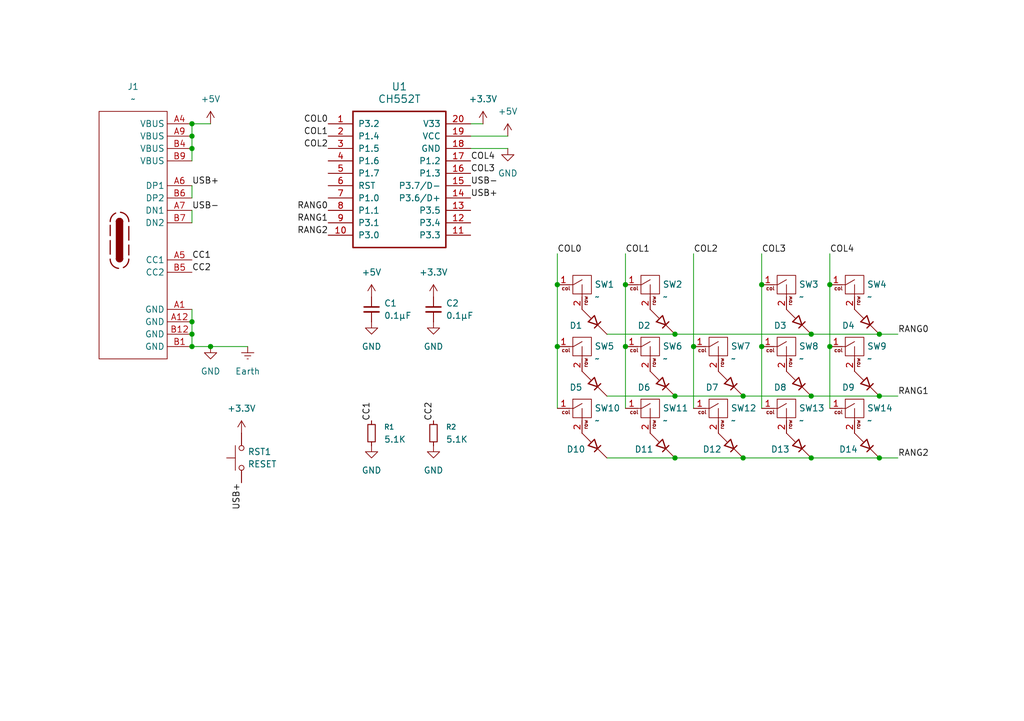
<source format=kicad_sch>
(kicad_sch (version 20250114) (generator "eeschema") (generator_version "9.0")
  (paper "A5")
  (lib_symbols
    (symbol "Cherry-ML:CH552T" (pin_names (offset 1.016))
      (property "Reference" "U" (at 5.08 6.35 0))
      (property "Value" "CH552T" (at 5.08 3.81 0))
      (symbol "CH552T_1_1"
        (rectangle (start 5.08 2.54) (end 24.13 -25.4) (stroke (width 0.3048)))
        (pin bidirectional line (at 0 0 0) (length 5.08) (name "P3.2") (number "1"))
        (pin bidirectional line (at 0 -2.54 0) (length 5.08) (name "P1.4") (number "2"))
        (pin bidirectional line (at 0 -5.08 0) (length 5.08) (name "P1.5") (number "3"))
        (pin bidirectional line (at 0 -7.62 0) (length 5.08) (name "P1.6") (number "4"))
        (pin bidirectional line (at 0 -10.16 0) (length 5.08) (name "P1.7") (number "5"))
        (pin bidirectional line (at 0 -12.7 0) (length 5.08) (name "RST") (number "6"))
        (pin bidirectional line (at 0 -15.24 0) (length 5.08) (name "P1.0") (number "7"))
        (pin bidirectional line (at 0 -17.78 0) (length 5.08) (name "P1.1") (number "8"))
        (pin bidirectional line (at 0 -20.32 0) (length 5.08) (name "P3.1") (number "9"))
        (pin bidirectional line (at 0 -22.86 0) (length 5.08) (name "P3.0") (number "10"))
        (pin power_in line (at 29.21 0 180) (length 5.08) (name "V33") (number "20"))
        (pin power_in line (at 29.21 -2.54 180) (length 5.08) (name "VCC") (number "19"))
        (pin power_in line (at 29.21 -5.08 180) (length 5.08) (name "GND") (number "18"))
        (pin bidirectional line (at 29.21 -7.62 180) (length 5.08) (name "P1.2") (number "17"))
        (pin bidirectional line (at 29.21 -10.16 180) (length 5.08) (name "P1.3") (number "16"))
        (pin bidirectional line (at 29.21 -12.7 180) (length 5.08) (name "P3.7/D-") (number "15"))
        (pin bidirectional line (at 29.21 -15.24 180) (length 5.08) (name "P3.6/D+") (number "14"))
        (pin bidirectional line (at 29.21 -17.78 180) (length 5.08) (name "P3.5") (number "13"))
        (pin bidirectional line (at 29.21 -20.32 180) (length 5.08) (name "P3.4") (number "12"))
        (pin bidirectional line (at 29.21 -22.86 180) (length 5.08) (name "P3.3") (number "11"))
      )
    )
    (symbol "Cherry-ML:D_45deg" (pin_numbers (hide yes)) (pin_names (offset 0) (hide yes))
      (property "Reference" "D" (at 1.27 2.54 0))
      (property "Value" "D_45deg" (at 1.27 0 0))
      (symbol "D_45deg_0_1"
        (polyline (pts (xy -1.27 0) (xy 0 1.27) (xy 0.635 -0.635) (xy -1.27 0)) (stroke (width 0.254)))
        (polyline (pts (xy -0.635 0.635) (xy -2.54 2.54)))
        (polyline (pts (xy 0 -1.27) (xy 1.27 0)) (stroke (width 0.254)))
        (polyline (pts (xy 2.54 -2.54) (xy 0.635 -0.635)))
      )
      (symbol "D_45deg_1_1"
        (pin passive line (at -2.54 2.54 0) (length 0) (name "A") (number "2"))
        (pin passive line (at 2.54 -2.54 180) (length 0) (name "K") (number "1"))
      )
    )
    (symbol "Cherry-ML:MX"
      (property "Reference" "SW" (at 3.81 1.016 0))
      (symbol "MX_0_1"
        (polyline (pts (xy -2.54 0) (xy -1.778 0) (xy 0 1.016)))
        (rectangle (start -1.905 1.905) (end 1.905 -1.905))
        (polyline (pts (xy 0 0) (xy 0 -2.54)))
      )
      (symbol "MX_1_1"
        (text "col" (at -3.302 -0.762 0) (effects (font (size 0.75 0.75))))
        (text "row" (at 0.762 -3.302 900) (effects (font (size 0.75 0.75))))
        (pin input line (at -5.08 0 0) (length 2.54) (name "") (number "1"))
        (pin input line (at 0 -5.08 90) (length 2.54) (name "") (number "2"))
      )
    )
    (symbol "Device:C_Small" (pin_numbers (hide yes)) (pin_names (offset 0.254) (hide yes))
      (property "Reference" "C" (at 0.254 1.778 0))
      (property "Value" "C_Small" (at 0.254 -2.032 0))
      (symbol "C_Small_0_1"
        (polyline (pts (xy -1.524 0.508) (xy 1.524 0.508)) (stroke (width 0.3048)))
        (polyline (pts (xy -1.524 -0.508) (xy 1.524 -0.508)) (stroke (width 0.3302)))
      )
      (symbol "C_Small_1_1"
        (pin passive line (at 0 2.54 270) (length 2.032) (name "~") (number "1"))
        (pin passive line (at 0 -2.54 90) (length 2.032) (name "~") (number "2"))
      )
    )
    (symbol "Device:R_Small" (pin_numbers (hide yes)) (pin_names (offset 0.254) (hide yes))
      (property "Reference" "R" (at 0 0 90))
      (property "Value" "R_Small" (at 1.778 0 90))
      (symbol "R_Small_0_1"
        (rectangle (start -0.762 1.778) (end 0.762 -1.778) (stroke (width 0.2032)))
      )
      (symbol "R_Small_1_1"
        (pin passive line (at 0 2.54 270) (length 0.762) (name "~") (number "1"))
        (pin passive line (at 0 -2.54 90) (length 0.762) (name "~") (number "2"))
      )
    )
    (symbol "PCB_USBC:PCBTypeC_14P" (in_bom no)
      (property "Reference" "J1" (at -12.065 7.62 0))
      (property "Value" "~" (at -12.065 5.08 0))
      (symbol "PCBTypeC_14P_0_1"
        (rectangle (start -15.494 -27.686) (end -14.224 -20.066) (stroke (width 0.254)) (fill (type outline)))
        (arc (start -15.494 -20.066) (mid -14.859 -19.4337) (end -14.224 -20.066) (stroke (width 0.254)))
        (arc (start -15.494 -20.066) (mid -14.859 -19.4337) (end -14.224 -20.066) (stroke (width 0.254)) (fill (type outline)))
        (arc (start -14.224 -27.686) (mid -14.859 -28.3183) (end -15.494 -27.686) (stroke (width 0.254)))
        (arc (start -14.224 -27.686) (mid -14.859 -28.3183) (end -15.494 -27.686) (stroke (width 0.254)) (fill (type outline)))
      )
      (symbol "PCBTypeC_14P_1_0"
        (rectangle (start -19.05 2.54) (end -5.08 -48.26))
        (pin passive line (at 0 0 180) (length 5.08) (name "VBUS") (number "A4"))
        (pin passive line (at 0 -2.54 180) (length 5.08) (name "VBUS") (number "A9"))
        (pin passive line (at 0 -5.08 180) (length 5.08) (name "VBUS") (number "B4"))
        (pin passive line (at 0 -7.62 180) (length 5.08) (name "VBUS") (number "B9"))
        (pin passive line (at 0 -12.7 180) (length 5.08) (name "DP1") (number "A6"))
        (pin passive line (at 0 -15.24 180) (length 5.08) (name "DP2") (number "B6"))
        (pin passive line (at 0 -17.78 180) (length 5.08) (name "DN1") (number "A7"))
        (pin passive line (at 0 -20.32 180) (length 5.08) (name "DN2") (number "B7"))
        (pin passive line (at 0 -27.94 180) (length 5.08) (name "CC1") (number "A5"))
        (pin passive line (at 0 -30.48 180) (length 5.08) (name "CC2") (number "B5"))
        (pin passive line (at 0 -38.1 180) (length 5.08) (name "GND") (number "A1"))
        (pin passive line (at 0 -40.64 180) (length 5.08) (name "GND") (number "A12"))
        (pin passive line (at 0 -43.18 180) (length 5.08) (name "GND") (number "B12"))
        (pin passive line (at 0 -45.72 180) (length 5.08) (name "GND") (number "B1"))
      )
      (symbol "PCBTypeC_14P_1_1"
        (polyline (pts (xy -16.768 -26.7615) (xy -16.764 -20.828)) (stroke (width 0.254) (type dash)))
        (arc (start -12.958 -27.7775) (mid -14.863 -29.6742) (end -16.768 -27.7775) (stroke (width 0.254) (type dash)))
        (arc (start -16.764 -20.066) (mid -14.859 -18.1693) (end -12.954 -20.066) (stroke (width 0.254) (type dash)))
        (polyline (pts (xy -12.954 -21.082) (xy -12.954 -26.924)) (stroke (width 0.254) (type dash)))
      )
    )
    (symbol "Switch:SW_Push" (pin_numbers (hide yes)) (pin_names (offset 1.016) (hide yes))
      (property "Reference" "SW" (at 1.27 2.54 0))
      (property "Value" "SW_Push" (at 0 -1.524 0))
      (symbol "SW_Push_0_1"
        (circle (center -2.032 0) (radius 0.508))
        (polyline (pts (xy 0 1.27) (xy 0 3.048)))
        (circle (center 2.032 0) (radius 0.508))
        (polyline (pts (xy 2.54 1.27) (xy -2.54 1.27)))
        (pin passive line (at -5.08 0 0) (length 2.54) (name "1") (number "1"))
        (pin passive line (at 5.08 0 180) (length 2.54) (name "2") (number "2"))
      )
    )
    (symbol "power:+3.3V" (power) (pin_numbers (hide yes)) (pin_names (offset 0) (hide yes))
      (property "Value" "+3.3V" (at 0 3.556 0))
      (symbol "+3.3V_0_1"
        (polyline (pts (xy -0.762 1.27) (xy 0 2.54)))
        (polyline (pts (xy 0 2.54) (xy 0.762 1.27)))
        (polyline (pts (xy 0 0) (xy 0 2.54)))
      )
      (symbol "+3.3V_1_1"
        (pin power_in line (at 0 0 90) (length 0) (name "~") (number "1"))
      )
    )
    (symbol "power:+5V" (power) (pin_numbers (hide yes)) (pin_names (offset 0) (hide yes))
      (property "Value" "+5V" (at 0 3.556 0))
      (symbol "+5V_0_1"
        (polyline (pts (xy -0.762 1.27) (xy 0 2.54)))
        (polyline (pts (xy 0 2.54) (xy 0.762 1.27)))
        (polyline (pts (xy 0 0) (xy 0 2.54)))
      )
      (symbol "+5V_1_1"
        (pin power_in line (at 0 0 90) (length 0) (name "~") (number "1"))
      )
    )
    (symbol "power:Earth" (power) (pin_numbers (hide yes)) (pin_names (offset 0) (hide yes))
      (property "Value" "Earth" (at 0 -3.81 0))
      (symbol "Earth_0_1"
        (polyline (pts (xy -0.635 -1.905) (xy 0.635 -1.905)))
        (polyline (pts (xy -0.127 -2.54) (xy 0.127 -2.54)))
        (polyline (pts (xy 0 -1.27) (xy 0 0)))
        (polyline (pts (xy 1.27 -1.27) (xy -1.27 -1.27)))
      )
      (symbol "Earth_1_1"
        (pin power_in line (at 0 0 270) (length 0) (name "~") (number "1"))
      )
    )
    (symbol "power:GND" (power) (pin_numbers (hide yes)) (pin_names (offset 0) (hide yes))
      (property "Value" "GND" (at 0 -3.81 0))
      (symbol "GND_0_1"
        (polyline (pts (xy 0 0) (xy 0 -1.27) (xy 1.27 -1.27) (xy 0 -2.54) (xy -1.27 -1.27) (xy 0 -1.27)))
      )
      (symbol "GND_1_1"
        (pin power_in line (at 0 0 270) (length 0) (name "~") (number "1"))
      )
    )
  )
  (junction (at 138.43 68.58))
  (junction (at 180.34 68.58))
  (junction (at 156.21 58.42))
  (junction (at 114.3 58.42))
  (junction (at 138.43 81.28))
  (junction (at 39.37 25.4))
  (junction (at 166.37 81.28))
  (junction (at 138.43 93.98))
  (junction (at 156.21 71.12))
  (junction (at 128.27 58.42))
  (junction (at 152.4 93.98))
  (junction (at 114.3 71.12))
  (junction (at 166.37 68.58))
  (junction (at 39.37 71.12))
  (junction (at 170.18 58.42))
  (junction (at 170.18 71.12))
  (junction (at 180.34 93.98))
  (junction (at 142.24 71.12))
  (junction (at 43.18 71.12))
  (junction (at 39.37 30.48))
  (junction (at 39.37 66.04))
  (junction (at 39.37 27.94))
  (junction (at 180.34 81.28))
  (junction (at 128.27 71.12))
  (junction (at 39.37 68.58))
  (junction (at 152.4 81.28))
  (junction (at 166.37 93.98))
  (wire (pts (xy 142.24 71.12) (xy 142.24 83.82)))
  (wire (pts (xy 39.37 71.12) (xy 43.18 71.12)))
  (wire (pts (xy 104.14 30.48) (xy 96.52 30.48)))
  (wire (pts (xy 39.37 25.4) (xy 39.37 27.94)))
  (wire (pts (xy 170.18 71.12) (xy 170.18 83.82)))
  (wire (pts (xy 114.3 58.42) (xy 114.3 71.12)))
  (wire (pts (xy 124.46 81.28) (xy 138.43 81.28)))
  (wire (pts (xy 114.3 71.12) (xy 114.3 83.82)))
  (wire (pts (xy 152.4 81.28) (xy 166.37 81.28)))
  (wire (pts (xy 39.37 43.18) (xy 39.37 45.72)))
  (wire (pts (xy 104.14 27.94) (xy 96.52 27.94)))
  (wire (pts (xy 180.34 68.58) (xy 184.15 68.58)))
  (wire (pts (xy 138.43 93.98) (xy 152.4 93.98)))
  (wire (pts (xy 180.34 81.28) (xy 184.15 81.28)))
  (wire (pts (xy 142.24 52.07) (xy 142.24 71.12)))
  (wire (pts (xy 128.27 52.07) (xy 128.27 58.42)))
  (wire (pts (xy 114.3 52.07) (xy 114.3 58.42)))
  (wire (pts (xy 99.06 25.4) (xy 96.52 25.4)))
  (wire (pts (xy 43.18 71.12) (xy 50.8 71.12)))
  (wire (pts (xy 138.43 81.28) (xy 152.4 81.28)))
  (wire (pts (xy 124.46 93.98) (xy 138.43 93.98)))
  (wire (pts (xy 166.37 93.98) (xy 180.34 93.98)))
  (wire (pts (xy 39.37 66.04) (xy 39.37 68.58)))
  (wire (pts (xy 166.37 81.28) (xy 180.34 81.28)))
  (wire (pts (xy 39.37 30.48) (xy 39.37 33.02)))
  (wire (pts (xy 128.27 58.42) (xy 128.27 71.12)))
  (wire (pts (xy 39.37 25.4) (xy 43.18 25.4)))
  (wire (pts (xy 39.37 68.58) (xy 39.37 71.12)))
  (wire (pts (xy 39.37 38.1) (xy 39.37 40.64)))
  (wire (pts (xy 180.34 93.98) (xy 184.15 93.98)))
  (wire (pts (xy 156.21 58.42) (xy 156.21 71.12)))
  (wire (pts (xy 170.18 52.07) (xy 170.18 58.42)))
  (wire (pts (xy 166.37 68.58) (xy 180.34 68.58)))
  (wire (pts (xy 152.4 93.98) (xy 166.37 93.98)))
  (wire (pts (xy 39.37 63.5) (xy 39.37 66.04)))
  (wire (pts (xy 156.21 52.07) (xy 156.21 58.42)))
  (wire (pts (xy 128.27 71.12) (xy 128.27 83.82)))
  (wire (pts (xy 170.18 58.42) (xy 170.18 71.12)))
  (wire (pts (xy 156.21 71.12) (xy 156.21 83.82)))
  (wire (pts (xy 39.37 27.94) (xy 39.37 30.48)))
  (wire (pts (xy 138.43 68.58) (xy 166.37 68.58)))
  (wire (pts (xy 124.46 68.58) (xy 138.43 68.58)))
  (label "COL3" (at 96.52 35.56 0))
  (label "USB-" (at 96.52 38.1 0))
  (label "USB+" (at 49.53 99.06 270))
  (label "USB-" (at 39.37 43.18 0))
  (label "USB+" (at 39.37 38.1 0))
  (label "CC1" (at 39.37 53.34 0))
  (label "CC2" (at 39.37 55.88 0))
  (label "RANG1" (at 184.15 81.28 0))
  (label "RANG2" (at 184.15 93.98 0))
  (label "RANG0" (at 184.15 68.58 0))
  (label "COL0" (at 114.3 52.07 0))
  (label "COL3" (at 156.21 52.07 0))
  (label "COL4" (at 170.18 52.07 0))
  (label "COL1" (at 128.27 52.07 0))
  (label "COL2" (at 142.24 52.07 0))
  (label "COL2" (at 67.31 30.48 180))
  (label "COL4" (at 96.52 33.02 0))
  (label "USB+" (at 96.52 40.64 0))
  (label "RANG1" (at 67.31 45.72 180))
  (label "COL0" (at 67.31 25.4 180))
  (label "RANG0" (at 67.31 43.18 180))
  (label "RANG2" (at 67.31 48.26 180))
  (label "CC1" (at 76.2 86.36 90))
  (label "COL1" (at 67.31 27.94 180))
  (label "CC2" (at 88.9 86.36 90))
  (symbol (lib_id "Cherry-ML:MX") (at 175.26 58.42 0) (unit 1)
    (property "Reference" "SW4" (at 177.8 58.3634 0) (effects (justify left)))
    (property "Value" "~" (at 177.8 60.9034 0) (effects (justify left)))
    (property "Footprint" "Kailh_PG1316S:PG1316S_1U_castellated" (effects (hide yes)))
  )
  (symbol (lib_id "Cherry-ML:MX") (at 175.26 71.12 0) (unit 1)
    (property "Reference" "SW9" (at 177.8 71.0634 0) (effects (justify left)))
    (property "Value" "~" (at 177.8 73.6034 0) (effects (justify left)))
    (property "Footprint" "Kailh_PG1316S:PG1316S_1U_castellated" (effects (hide yes)))
  )
  (symbol (lib_id "power:+3.3V") (at 49.53 88.9 0) (unit 1)
    (property "Reference" "#PWR012" (effects (hide yes)))
    (property "Value" "+3.3V" (at 49.53 83.82 0))
    (property "Description" "Power symbol creates a global label with name \"+3.3V\"" (effects (hide yes)))
  )
  (symbol (lib_id "Cherry-ML:D_45deg") (at 163.83 66.04 0) (unit 1)
    (property "Reference" "D3" (at 160.02 66.802 0))
    (property "Value" "D_45deg" (effects (hide yes)))
    (property "Footprint" "Diode_SMD:D_0805_2012Metric" (effects (hide yes)))
    (property "Description" "Diode, rotated by 45°" (effects (hide yes)))
    (property "Sim.Device" "D" (effects (hide yes)))
    (property "Sim.Pins" "1=K 2=A" (effects (hide yes)))
  )
  (symbol (lib_id "Device:R_Small") (at 88.9 88.9 0) (unit 1)
    (property "Reference" "R2" (at 91.44 87.6299 0) (effects (font (size 1.016 1.016)) (justify left)))
    (property "Value" "5.1K" (at 91.44 90.1699 0) (effects (justify left)))
    (property "Footprint" "Capacitor_SMD:C_0603_1608Metric" (effects (hide yes)))
    (property "Description" "Resistor, small symbol" (effects (hide yes)))
  )
  (symbol (lib_id "Cherry-ML:D_45deg") (at 135.89 66.04 0) (unit 1)
    (property "Reference" "D2" (at 132.08 66.802 0))
    (property "Value" "D_45deg" (effects (hide yes)))
    (property "Footprint" "Diode_SMD:D_0805_2012Metric" (effects (hide yes)))
    (property "Description" "Diode, rotated by 45°" (effects (hide yes)))
    (property "Sim.Device" "D" (effects (hide yes)))
    (property "Sim.Pins" "1=K 2=A" (effects (hide yes)))
  )
  (symbol (lib_id "Cherry-ML:D_45deg") (at 121.92 78.74 0) (unit 1)
    (property "Reference" "D5" (at 118.11 79.502 0))
    (property "Value" "D_45deg" (effects (hide yes)))
    (property "Footprint" "Diode_SMD:D_0805_2012Metric" (effects (hide yes)))
    (property "Description" "Diode, rotated by 45°" (effects (hide yes)))
    (property "Sim.Device" "D" (effects (hide yes)))
    (property "Sim.Pins" "1=K 2=A" (effects (hide yes)))
  )
  (symbol (lib_id "Cherry-ML:MX") (at 175.26 83.82 0) (unit 1)
    (property "Reference" "SW14" (at 177.8 83.7634 0) (effects (justify left)))
    (property "Value" "~" (at 177.8 86.3034 0) (effects (justify left)))
    (property "Footprint" "Kailh_PG1316S:PG1316M_0.7U_castellated" (effects (hide yes)))
  )
  (symbol (lib_id "Cherry-ML:D_45deg") (at 121.92 91.44 0) (unit 1)
    (property "Reference" "D10" (at 118.11 92.202 0))
    (property "Value" "D_45deg" (effects (hide yes)))
    (property "Footprint" "Diode_SMD:D_0805_2012Metric" (effects (hide yes)))
    (property "Description" "Diode, rotated by 45°" (effects (hide yes)))
    (property "Sim.Device" "D" (effects (hide yes)))
    (property "Sim.Pins" "1=K 2=A" (effects (hide yes)))
  )
  (symbol (lib_id "power:GND") (at 76.2 91.44 0) (unit 1)
    (property "Reference" "#PWR09" (effects (hide yes)))
    (property "Value" "GND" (at 76.2 96.52 0))
    (property "Description" "Power symbol creates a global label with name \"GND\" , ground" (effects (hide yes)))
  )
  (symbol (lib_id "power:+3.3V") (at 88.9 60.96 0) (unit 1)
    (property "Reference" "#PWR06" (effects (hide yes)))
    (property "Value" "+3.3V" (at 88.9 55.88 0))
    (property "Description" "Power symbol creates a global label with name \"+3.3V\"" (effects (hide yes)))
  )
  (symbol (lib_id "Cherry-ML:MX") (at 147.32 83.82 0) (unit 1)
    (property "Reference" "SW12" (at 149.86 83.7634 0) (effects (justify left)))
    (property "Value" "~" (at 149.86 86.3034 0) (effects (justify left)))
    (property "Footprint" "Kailh_PG1316S:PG1316M_0.7U_castellated" (effects (hide yes)))
  )
  (symbol (lib_id "power:+5V") (at 43.18 25.4 0) (unit 1)
    (property "Reference" "#PWR01" (effects (hide yes)))
    (property "Value" "+5V" (at 43.18 20.32 0))
    (property "Description" "Power symbol creates a global label with name \"+5V\"" (effects (hide yes)))
  )
  (symbol (lib_id "Device:C_Small") (at 76.2 63.5 0) (unit 1)
    (property "Reference" "C1" (at 78.74 62.2362 0) (effects (justify left)))
    (property "Value" "0.1µF" (at 78.74 64.7762 0) (effects (justify left)))
    (property "Footprint" "Capacitor_SMD:C_0603_1608Metric" (effects (hide yes)))
    (property "Description" "Unpolarized capacitor, small symbol" (effects (hide yes)))
  )
  (symbol (lib_id "power:+5V") (at 76.2 60.96 0) (unit 1)
    (property "Reference" "#PWR03" (effects (hide yes)))
    (property "Value" "+5V" (at 76.2 55.88 0))
    (property "Description" "Power symbol creates a global label with name \"+5V\"" (effects (hide yes)))
  )
  (symbol (lib_id "power:Earth") (at 50.8 71.12 0) (unit 1)
    (property "Reference" "#PWR011" (effects (hide yes)))
    (property "Value" "Earth" (at 50.8 76.2 0))
    (property "Description" "Power symbol creates a global label with name \"Earth\"" (effects (hide yes)))
  )
  (symbol (lib_id "Cherry-ML:D_45deg") (at 149.86 78.74 0) (unit 1)
    (property "Reference" "D7" (at 146.05 79.502 0))
    (property "Value" "D_45deg" (effects (hide yes)))
    (property "Footprint" "Diode_SMD:D_0805_2012Metric" (effects (hide yes)))
    (property "Description" "Diode, rotated by 45°" (effects (hide yes)))
    (property "Sim.Device" "D" (effects (hide yes)))
    (property "Sim.Pins" "1=K 2=A" (effects (hide yes)))
  )
  (symbol (lib_id "Cherry-ML:D_45deg") (at 135.89 78.74 0) (unit 1)
    (property "Reference" "D6" (at 132.08 79.502 0))
    (property "Value" "D_45deg" (effects (hide yes)))
    (property "Footprint" "Diode_SMD:D_0805_2012Metric" (effects (hide yes)))
    (property "Description" "Diode, rotated by 45°" (effects (hide yes)))
    (property "Sim.Device" "D" (effects (hide yes)))
    (property "Sim.Pins" "1=K 2=A" (effects (hide yes)))
  )
  (symbol (lib_id "Cherry-ML:MX") (at 161.29 58.42 0) (unit 1)
    (property "Reference" "SW3" (at 163.83 58.3634 0) (effects (justify left)))
    (property "Value" "~" (at 163.83 60.9034 0) (effects (justify left)))
    (property "Footprint" "Kailh_PG1316S:PG1316S_1U_castellated" (effects (hide yes)))
  )
  (symbol (lib_id "power:GND") (at 43.18 71.12 0) (unit 1)
    (property "Reference" "#PWR02" (effects (hide yes)))
    (property "Value" "GND" (at 43.18 76.2 0))
    (property "Description" "Power symbol creates a global label with name \"GND\" , ground" (effects (hide yes)))
  )
  (symbol (lib_id "power:+3.3V") (at 99.06 25.4 0) (unit 1)
    (property "Reference" "#PWR05" (effects (hide yes)))
    (property "Value" "+3.3V" (at 99.06 20.32 0))
    (property "Description" "Power symbol creates a global label with name \"+3.3V\"" (effects (hide yes)))
  )
  (symbol (lib_id "Cherry-ML:MX") (at 161.29 83.82 0) (unit 1)
    (property "Reference" "SW13" (at 163.83 83.7634 0) (effects (justify left)))
    (property "Value" "~" (at 163.83 86.3034 0) (effects (justify left)))
    (property "Footprint" "Kailh_PG1316S:PG1316M_0.7U_castellated" (effects (hide yes)))
  )
  (symbol (lib_id "power:GND") (at 76.2 66.04 0) (unit 1)
    (property "Reference" "#PWR07" (effects (hide yes)))
    (property "Value" "GND" (at 76.2 71.12 0))
    (property "Description" "Power symbol creates a global label with name \"GND\" , ground" (effects (hide yes)))
  )
  (symbol (lib_id "Cherry-ML:CH552T") (at 67.31 25.4 0) (unit 1)
    (property "Reference" "U1" (at 81.915 17.78 0) (effects (font (size 1.524 1.524))))
    (property "Value" "CH552T" (at 81.915 20.32 0) (effects (font (size 1.524 1.524))))
    (property "Footprint" "Package_SO:TSSOP-20_4.4x6.5mm_P0.65mm" (effects (hide yes)))
    (property "Datasheet" "http://www.wch.cn/downloads/file/241.html" (effects (hide yes)))
  )
  (symbol (lib_id "Cherry-ML:D_45deg") (at 149.86 91.44 0) (unit 1)
    (property "Reference" "D12" (at 146.05 92.202 0))
    (property "Value" "D_45deg" (effects (hide yes)))
    (property "Footprint" "Diode_SMD:D_0805_2012Metric" (effects (hide yes)))
    (property "Description" "Diode, rotated by 45°" (effects (hide yes)))
    (property "Sim.Device" "D" (effects (hide yes)))
    (property "Sim.Pins" "1=K 2=A" (effects (hide yes)))
  )
  (symbol (lib_id "Cherry-ML:D_45deg") (at 163.83 91.44 0) (unit 1)
    (property "Reference" "D13" (at 160.02 92.202 0))
    (property "Value" "D_45deg" (effects (hide yes)))
    (property "Footprint" "Diode_SMD:D_0805_2012Metric" (effects (hide yes)))
    (property "Description" "Diode, rotated by 45°" (effects (hide yes)))
    (property "Sim.Device" "D" (effects (hide yes)))
    (property "Sim.Pins" "1=K 2=A" (effects (hide yes)))
  )
  (symbol (lib_id "PCB_USBC:PCBTypeC_14P") (at 39.37 25.4 0) (unit 1) (in_bom no)
    (property "Reference" "J1" (at 27.305 17.78 0))
    (property "Value" "~" (at 27.305 20.32 0))
    (property "Footprint" "PCB_USBC:PCBTypeC_14P" (effects (hide yes)))
    (property "Description" "Use your PCB as a USB C connector! 14 Pin version is USB 2.0 and power only. Use this to replace a micro USB connector and don't forget the CC resistors!" (effects (hide yes)))
  )
  (symbol (lib_id "Cherry-ML:D_45deg") (at 177.8 91.44 0) (unit 1)
    (property "Reference" "D14" (at 173.99 92.202 0))
    (property "Value" "D_45deg" (effects (hide yes)))
    (property "Footprint" "Diode_SMD:D_0805_2012Metric" (effects (hide yes)))
    (property "Description" "Diode, rotated by 45°" (effects (hide yes)))
    (property "Sim.Device" "D" (effects (hide yes)))
    (property "Sim.Pins" "1=K 2=A" (effects (hide yes)))
  )
  (symbol (lib_id "Cherry-ML:MX") (at 119.38 83.82 0) (unit 1)
    (property "Reference" "SW10" (at 121.92 83.7634 0) (effects (justify left)))
    (property "Value" "~" (at 121.92 86.3034 0) (effects (justify left)))
    (property "Footprint" "Kailh_PG1316S:PG1316M_0.7U_castellated" (effects (hide yes)))
  )
  (symbol (lib_id "Cherry-ML:MX") (at 133.35 83.82 0) (unit 1)
    (property "Reference" "SW11" (at 135.89 83.7634 0) (effects (justify left)))
    (property "Value" "~" (at 135.89 86.3034 0) (effects (justify left)))
    (property "Footprint" "Kailh_PG1316S:PG1316M_0.7U_castellated" (effects (hide yes)))
  )
  (symbol (lib_id "power:GND") (at 104.14 30.48 0) (unit 1)
    (property "Reference" "#PWR013" (effects (hide yes)))
    (property "Value" "GND" (at 104.14 35.56 0))
    (property "Description" "Power symbol creates a global label with name \"GND\" , ground" (effects (hide yes)))
  )
  (symbol (lib_id "Device:C_Small") (at 88.9 63.5 0) (unit 1)
    (property "Reference" "C2" (at 91.44 62.2362 0) (effects (justify left)))
    (property "Value" "0.1µF" (at 91.44 64.7762 0) (effects (justify left)))
    (property "Footprint" "Capacitor_SMD:C_0603_1608Metric" (effects (hide yes)))
    (property "Description" "Unpolarized capacitor, small symbol" (effects (hide yes)))
  )
  (symbol (lib_id "Cherry-ML:D_45deg") (at 135.89 91.44 0) (unit 1)
    (property "Reference" "D11" (at 132.08 92.202 0))
    (property "Value" "D_45deg" (effects (hide yes)))
    (property "Footprint" "Diode_SMD:D_0805_2012Metric" (effects (hide yes)))
    (property "Description" "Diode, rotated by 45°" (effects (hide yes)))
    (property "Sim.Device" "D" (effects (hide yes)))
    (property "Sim.Pins" "1=K 2=A" (effects (hide yes)))
  )
  (symbol (lib_id "Cherry-ML:MX") (at 119.38 71.12 0) (unit 1)
    (property "Reference" "SW5" (at 121.92 71.0634 0) (effects (justify left)))
    (property "Value" "~" (at 121.92 73.6034 0) (effects (justify left)))
    (property "Footprint" "Kailh_PG1316S:PG1316S_1U_castellated" (effects (hide yes)))
  )
  (symbol (lib_id "Cherry-ML:MX") (at 119.38 58.42 0) (unit 1)
    (property "Reference" "SW1" (at 121.92 58.3634 0) (effects (justify left)))
    (property "Value" "~" (at 121.92 60.9034 0) (effects (justify left)))
    (property "Footprint" "Kailh_PG1316S:PG1316S_1U_castellated" (effects (hide yes)))
  )
  (symbol (lib_id "Switch:SW_Push") (at 49.53 93.98 90) (unit 1)
    (property "Reference" "RST1" (at 50.8 92.7099 90) (effects (justify right)))
    (property "Value" "RESET" (at 50.8 95.2499 90) (effects (justify right)))
    (property "Footprint" "Cherry_ML:GT-TC024" (effects (hide yes)))
    (property "Description" "Push button switch, generic, two pins" (effects (hide yes)))
  )
  (symbol (lib_id "Cherry-ML:D_45deg") (at 163.83 78.74 0) (unit 1)
    (property "Reference" "D8" (at 160.02 79.502 0))
    (property "Value" "D_45deg" (effects (hide yes)))
    (property "Footprint" "Diode_SMD:D_0805_2012Metric" (effects (hide yes)))
    (property "Description" "Diode, rotated by 45°" (effects (hide yes)))
    (property "Sim.Device" "D" (effects (hide yes)))
    (property "Sim.Pins" "1=K 2=A" (effects (hide yes)))
  )
  (symbol (lib_id "Cherry-ML:MX") (at 133.35 58.42 0) (unit 1)
    (property "Reference" "SW2" (at 135.89 58.3634 0) (effects (justify left)))
    (property "Value" "~" (at 135.89 60.9034 0) (effects (justify left)))
    (property "Footprint" "Kailh_PG1316S:PG1316S_1U_castellated" (effects (hide yes)))
  )
  (symbol (lib_id "Cherry-ML:MX") (at 147.32 71.12 0) (unit 1)
    (property "Reference" "SW7" (at 149.86 71.0634 0) (effects (justify left)))
    (property "Value" "~" (at 149.86 73.6034 0) (effects (justify left)))
    (property "Footprint" "Kailh_PG1316S:PG1316S_1U_castellated" (effects (hide yes)))
  )
  (symbol (lib_id "Cherry-ML:D_45deg") (at 177.8 66.04 0) (unit 1)
    (property "Reference" "D4" (at 173.99 66.802 0))
    (property "Value" "D_45deg" (effects (hide yes)))
    (property "Footprint" "Diode_SMD:D_0805_2012Metric" (effects (hide yes)))
    (property "Description" "Diode, rotated by 45°" (effects (hide yes)))
    (property "Sim.Device" "D" (effects (hide yes)))
    (property "Sim.Pins" "1=K 2=A" (effects (hide yes)))
  )
  (symbol (lib_id "Cherry-ML:MX") (at 161.29 71.12 0) (unit 1)
    (property "Reference" "SW8" (at 163.83 71.0634 0) (effects (justify left)))
    (property "Value" "~" (at 163.83 73.6034 0) (effects (justify left)))
    (property "Footprint" "Kailh_PG1316S:PG1316S_1U_castellated" (effects (hide yes)))
  )
  (symbol (lib_id "Cherry-ML:D_45deg") (at 121.92 66.04 0) (unit 1)
    (property "Reference" "D1" (at 118.11 66.802 0))
    (property "Value" "D_45deg" (effects (hide yes)))
    (property "Footprint" "Diode_SMD:D_0805_2012Metric" (effects (hide yes)))
    (property "Description" "Diode, rotated by 45°" (effects (hide yes)))
    (property "Sim.Device" "D" (effects (hide yes)))
    (property "Sim.Pins" "1=K 2=A" (effects (hide yes)))
  )
  (symbol (lib_id "Device:R_Small") (at 76.2 88.9 0) (unit 1)
    (property "Reference" "R1" (at 78.74 87.6299 0) (effects (font (size 1.016 1.016)) (justify left)))
    (property "Value" "5.1K" (at 78.74 90.1699 0) (effects (justify left)))
    (property "Footprint" "Capacitor_SMD:C_0603_1608Metric" (effects (hide yes)))
    (property "Description" "Resistor, small symbol" (effects (hide yes)))
  )
  (symbol (lib_id "Cherry-ML:D_45deg") (at 177.8 78.74 0) (unit 1)
    (property "Reference" "D9" (at 173.99 79.502 0))
    (property "Value" "D_45deg" (effects (hide yes)))
    (property "Footprint" "Diode_SMD:D_0805_2012Metric" (effects (hide yes)))
    (property "Description" "Diode, rotated by 45°" (effects (hide yes)))
    (property "Sim.Device" "D" (effects (hide yes)))
    (property "Sim.Pins" "1=K 2=A" (effects (hide yes)))
  )
  (symbol (lib_id "Cherry-ML:MX") (at 133.35 71.12 0) (unit 1)
    (property "Reference" "SW6" (at 135.89 71.0634 0) (effects (justify left)))
    (property "Value" "~" (at 135.89 73.6034 0) (effects (justify left)))
    (property "Footprint" "Kailh_PG1316S:PG1316S_1U_castellated" (effects (hide yes)))
  )
  (symbol (lib_id "power:GND") (at 88.9 66.04 0) (unit 1)
    (property "Reference" "#PWR08" (effects (hide yes)))
    (property "Value" "GND" (at 88.9 71.12 0))
    (property "Description" "Power symbol creates a global label with name \"GND\" , ground" (effects (hide yes)))
  )
  (symbol (lib_id "power:+5V") (at 104.14 27.94 0) (unit 1)
    (property "Reference" "#PWR04" (effects (hide yes)))
    (property "Value" "+5V" (at 104.14 22.86 0))
    (property "Description" "Power symbol creates a global label with name \"+5V\"" (effects (hide yes)))
  )
  (symbol (lib_id "power:GND") (at 88.9 91.44 0) (unit 1)
    (property "Reference" "#PWR010" (effects (hide yes)))
    (property "Value" "GND" (at 88.9 96.52 0))
    (property "Description" "Power symbol creates a global label with name \"GND\" , ground" (effects (hide yes)))
  )
)
</source>
